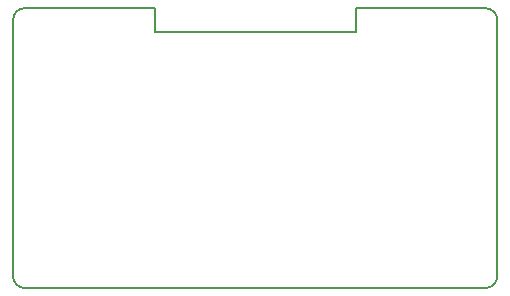
<source format=gbr>
%TF.GenerationSoftware,KiCad,Pcbnew,(5.1.6)-1*%
%TF.CreationDate,2020-09-30T17:33:36+08:00*%
%TF.ProjectId,Crenshaw,4372656e-7368-4617-972e-6b696361645f,rev?*%
%TF.SameCoordinates,Original*%
%TF.FileFunction,Profile,NP*%
%FSLAX46Y46*%
G04 Gerber Fmt 4.6, Leading zero omitted, Abs format (unit mm)*
G04 Created by KiCad (PCBNEW (5.1.6)-1) date 2020-09-30 17:33:36*
%MOMM*%
%LPD*%
G01*
G04 APERTURE LIST*
%TA.AperFunction,Profile*%
%ADD10C,0.150000*%
%TD*%
G04 APERTURE END LIST*
D10*
X162500000Y-123500000D02*
G75*
G02*
X161500000Y-122500000I0J1000000D01*
G01*
X161500000Y-100800000D02*
G75*
G02*
X162500000Y-99800000I1000000J0D01*
G01*
X201500000Y-99800000D02*
G75*
G02*
X202500000Y-100800000I0J-1000000D01*
G01*
X202500000Y-122500000D02*
G75*
G02*
X201500000Y-123500000I-1000000J0D01*
G01*
X173500000Y-101800000D02*
X173500000Y-99800000D01*
X190500000Y-101800000D02*
X173500000Y-101800000D01*
X190500000Y-99800000D02*
X190500000Y-101800000D01*
X173500000Y-99800000D02*
X162500000Y-99800000D01*
X201500000Y-99800000D02*
X190500000Y-99800000D01*
X202500000Y-100800000D02*
X202500000Y-122500000D01*
X161500000Y-100800000D02*
X161500000Y-122500000D01*
X162500000Y-123500000D02*
X201500000Y-123500000D01*
M02*

</source>
